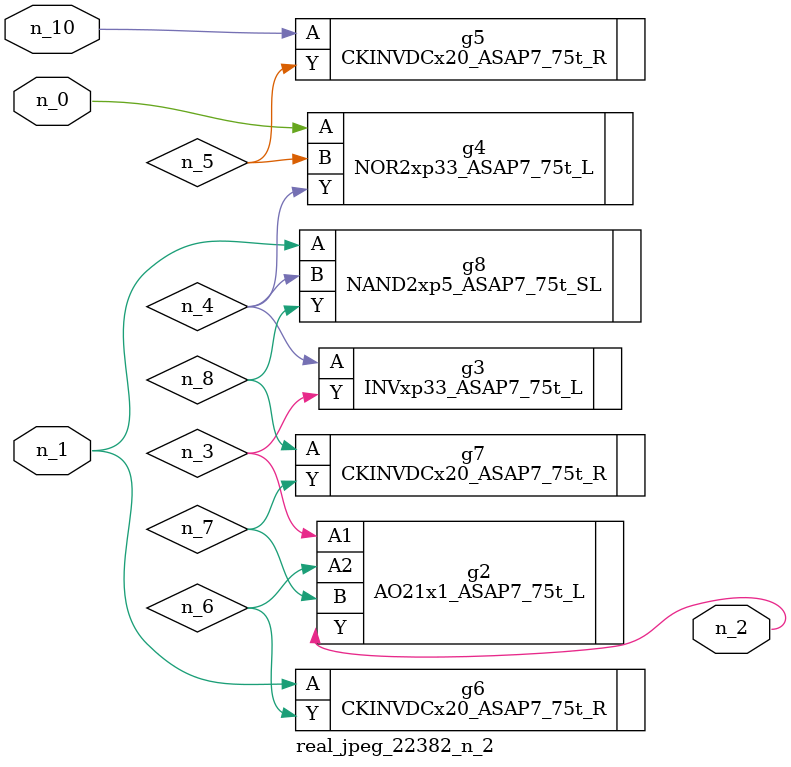
<source format=v>
module real_jpeg_22382_n_2 (n_1, n_10, n_0, n_2);

input n_1;
input n_10;
input n_0;

output n_2;

wire n_5;
wire n_4;
wire n_8;
wire n_6;
wire n_7;
wire n_3;

NOR2xp33_ASAP7_75t_L g4 ( 
.A(n_0),
.B(n_5),
.Y(n_4)
);

CKINVDCx20_ASAP7_75t_R g6 ( 
.A(n_1),
.Y(n_6)
);

NAND2xp5_ASAP7_75t_SL g8 ( 
.A(n_1),
.B(n_4),
.Y(n_8)
);

AO21x1_ASAP7_75t_L g2 ( 
.A1(n_3),
.A2(n_6),
.B(n_7),
.Y(n_2)
);

INVxp33_ASAP7_75t_L g3 ( 
.A(n_4),
.Y(n_3)
);

CKINVDCx20_ASAP7_75t_R g7 ( 
.A(n_8),
.Y(n_7)
);

CKINVDCx20_ASAP7_75t_R g5 ( 
.A(n_10),
.Y(n_5)
);


endmodule
</source>
